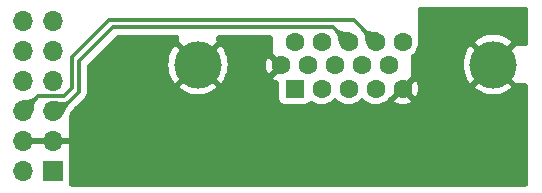
<source format=gbr>
%TF.GenerationSoftware,KiCad,Pcbnew,7.0.10*%
%TF.CreationDate,2024-02-19T15:37:38+07:00*%
%TF.ProjectId,PMOD2VGA,504d4f44-3256-4474-912e-6b696361645f,rev?*%
%TF.SameCoordinates,PX8c6db50PY50d2eb0*%
%TF.FileFunction,Copper,L2,Bot*%
%TF.FilePolarity,Positive*%
%FSLAX46Y46*%
G04 Gerber Fmt 4.6, Leading zero omitted, Abs format (unit mm)*
G04 Created by KiCad (PCBNEW 7.0.10) date 2024-02-19 15:37:38*
%MOMM*%
%LPD*%
G01*
G04 APERTURE LIST*
%TA.AperFunction,ComponentPad*%
%ADD10C,4.000000*%
%TD*%
%TA.AperFunction,ComponentPad*%
%ADD11R,1.600000X1.600000*%
%TD*%
%TA.AperFunction,ComponentPad*%
%ADD12C,1.600000*%
%TD*%
%TA.AperFunction,ComponentPad*%
%ADD13R,1.700000X1.700000*%
%TD*%
%TA.AperFunction,ComponentPad*%
%ADD14O,1.700000X1.700000*%
%TD*%
%TA.AperFunction,ViaPad*%
%ADD15C,1.000000*%
%TD*%
%TA.AperFunction,Conductor*%
%ADD16C,0.300000*%
%TD*%
G04 APERTURE END LIST*
D10*
%TO.P,J2,0*%
%TO.N,GND*%
X43815000Y10840000D03*
X18815000Y10840000D03*
D11*
%TO.P,J2,1*%
%TO.N,Net-(J2-Pad1)*%
X27000000Y8790000D03*
D12*
%TO.P,J2,2*%
%TO.N,Net-(J2-Pad2)*%
X29290000Y8790000D03*
%TO.P,J2,3*%
%TO.N,Net-(J2-Pad3)*%
X31580000Y8790000D03*
%TO.P,J2,4*%
%TO.N,unconnected-(J2-Pad4)*%
X33870000Y8790000D03*
%TO.P,J2,5*%
%TO.N,GND*%
X36160000Y8790000D03*
%TO.P,J2,6*%
X25855000Y10770000D03*
%TO.P,J2,7*%
X28145000Y10770000D03*
%TO.P,J2,8*%
X30435000Y10770000D03*
%TO.P,J2,9*%
%TO.N,unconnected-(J2-Pad9)*%
X32725000Y10770000D03*
%TO.P,J2,10*%
%TO.N,GND*%
X35015000Y10770000D03*
%TO.P,J2,11*%
%TO.N,unconnected-(J2-Pad11)*%
X27000000Y12750000D03*
%TO.P,J2,12*%
%TO.N,unconnected-(J2-Pad12)*%
X29290000Y12750000D03*
%TO.P,J2,13*%
%TO.N,Hsync*%
X31580000Y12750000D03*
%TO.P,J2,14*%
%TO.N,Vsync*%
X33870000Y12750000D03*
%TO.P,J2,15*%
%TO.N,unconnected-(J2-Pad15)*%
X36160000Y12750000D03*
%TD*%
D13*
%TO.P,J1,1,Pin_1*%
%TO.N,+3.3V*%
X6540000Y1840000D03*
D14*
%TO.P,J1,2,Pin_2*%
X4000000Y1840000D03*
%TO.P,J1,3,Pin_3*%
%TO.N,GND*%
X6540000Y4380000D03*
%TO.P,J1,4,Pin_4*%
X4000000Y4380000D03*
%TO.P,J1,5,Pin_5*%
%TO.N,Hsync*%
X6540000Y6920000D03*
%TO.P,J1,6,Pin_6*%
%TO.N,Vsync*%
X4000000Y6920000D03*
%TO.P,J1,7,Pin_7*%
%TO.N,BLUE_1*%
X6540000Y9460000D03*
%TO.P,J1,8,Pin_8*%
%TO.N,BLUE_0*%
X4000000Y9460000D03*
%TO.P,J1,9,Pin_9*%
%TO.N,GREEN_1*%
X6540000Y12000000D03*
%TO.P,J1,10,Pin_10*%
%TO.N,GREEN_0*%
X4000000Y12000000D03*
%TO.P,J1,11,Pin_11*%
%TO.N,RED_1*%
X6540000Y14540000D03*
%TO.P,J1,12,Pin_12*%
%TO.N,RED_0*%
X4000000Y14540000D03*
%TD*%
D15*
%TO.N,GND*%
X15000000Y1250000D03*
X46000000Y3500000D03*
X29000000Y1250000D03*
X26250000Y1250000D03*
X34750000Y1250000D03*
X21750000Y5750000D03*
X43250000Y1250000D03*
X23250000Y1250000D03*
X23750000Y5750000D03*
X19750000Y5750000D03*
X46000000Y5750000D03*
X17750000Y5750000D03*
X40250000Y1250000D03*
X46000000Y1250000D03*
X20750000Y1250000D03*
X37500000Y1250000D03*
X31750000Y1250000D03*
X25750000Y5750000D03*
X18000000Y1250000D03*
%TD*%
D16*
%TO.N,Hsync*%
X11650000Y14000000D02*
X8750000Y11100000D01*
X8750000Y8550000D02*
X7120000Y6920000D01*
X31500000Y12750000D02*
X30250000Y14000000D01*
X30250000Y14000000D02*
X11650000Y14000000D01*
X7120000Y6920000D02*
X6540000Y6920000D01*
X8750000Y11100000D02*
X8750000Y8550000D01*
X31580000Y12750000D02*
X31500000Y12750000D01*
%TO.N,Vsync*%
X33850000Y12750000D02*
X32000000Y14600000D01*
X33870000Y12750000D02*
X33850000Y12750000D01*
X32000000Y14600000D02*
X11300000Y14600000D01*
X5280000Y8200000D02*
X4000000Y6920000D01*
X11300000Y14600000D02*
X8150000Y11450000D01*
X7500000Y8200000D02*
X5280000Y8200000D01*
X8150000Y8850000D02*
X7500000Y8200000D01*
X8150000Y11450000D02*
X8150000Y8850000D01*
%TD*%
%TA.AperFunction,Conductor*%
%TO.N,Vsync*%
G36*
X32844936Y13967978D02*
G01*
X32978845Y13846763D01*
X33038807Y13804792D01*
X33106254Y13757581D01*
X33106258Y13757579D01*
X33106261Y13757577D01*
X33223779Y13699746D01*
X33336235Y13665135D01*
X33336236Y13665134D01*
X33336237Y13665134D01*
X33336243Y13665132D01*
X33448495Y13645593D01*
X33565382Y13632989D01*
X33565383Y13632989D01*
X33691436Y13619213D01*
X33692050Y13619129D01*
X33831944Y13596102D01*
X33832921Y13595897D01*
X33991732Y13555518D01*
X33992814Y13555186D01*
X34164625Y13493257D01*
X34171246Y13487228D01*
X34171665Y13478283D01*
X34171473Y13477785D01*
X33872562Y12753788D01*
X33866237Y12747449D01*
X33866212Y12747438D01*
X33142173Y12448509D01*
X33133218Y12448520D01*
X33126893Y12454859D01*
X33126716Y12455316D01*
X33064674Y12625465D01*
X33064362Y12626456D01*
X33032067Y12747449D01*
X33022479Y12783370D01*
X33022280Y12784251D01*
X32996758Y12922055D01*
X32996670Y12922602D01*
X32979749Y13046412D01*
X32975629Y13075819D01*
X32963693Y13161028D01*
X32940762Y13271029D01*
X32903168Y13381346D01*
X32843125Y13496892D01*
X32752849Y13622578D01*
X32752845Y13622583D01*
X32752841Y13622588D01*
X32752840Y13622589D01*
X32632079Y13755060D01*
X32629037Y13763482D01*
X32632451Y13771214D01*
X32828814Y13967577D01*
X32837086Y13971003D01*
X32844936Y13967978D01*
G37*
%TD.AperFunction*%
%TD*%
%TA.AperFunction,Conductor*%
%TO.N,Hsync*%
G36*
X30530899Y13932099D02*
G01*
X30666287Y13810921D01*
X30795727Y13724067D01*
X30795728Y13724067D01*
X30795729Y13724066D01*
X30915682Y13670241D01*
X30915683Y13670241D01*
X30915687Y13670239D01*
X31030884Y13640759D01*
X31146034Y13626945D01*
X31265854Y13620119D01*
X31394703Y13611626D01*
X31395411Y13611556D01*
X31537795Y13592788D01*
X31538932Y13592580D01*
X31699859Y13554921D01*
X31701095Y13554559D01*
X31756946Y13534804D01*
X31874533Y13493212D01*
X31881188Y13487224D01*
X31881660Y13478281D01*
X31881445Y13477718D01*
X31582562Y12753788D01*
X31576237Y12747449D01*
X31576212Y12747438D01*
X30852114Y12448485D01*
X30843159Y12448496D01*
X30836834Y12454835D01*
X30836690Y12455202D01*
X30774880Y12622020D01*
X30774609Y12622849D01*
X30730935Y12776188D01*
X30730758Y12776892D01*
X30701980Y12911046D01*
X30701915Y12911380D01*
X30689415Y12982473D01*
X30680828Y13031315D01*
X30680806Y13031430D01*
X30660185Y13142047D01*
X30632794Y13248205D01*
X30591389Y13354830D01*
X30528713Y13466907D01*
X30437509Y13589419D01*
X30434476Y13592713D01*
X30318124Y13719089D01*
X30315041Y13727497D01*
X30318457Y13735286D01*
X30514825Y13931654D01*
X30523097Y13935080D01*
X30530899Y13932099D01*
G37*
%TD.AperFunction*%
%TD*%
%TA.AperFunction,Conductor*%
%TO.N,GND*%
G36*
X46596288Y15731046D02*
G01*
X46677070Y15677070D01*
X46731046Y15596288D01*
X46750000Y15501000D01*
X46750000Y12649000D01*
X46731046Y12553712D01*
X46677070Y12472930D01*
X46596288Y12418954D01*
X46501000Y12400000D01*
X45886218Y12400000D01*
X45790930Y12418954D01*
X45788820Y12420364D01*
X45750713Y12422161D01*
X45112733Y11784182D01*
X44949870Y11974870D01*
X44759178Y12137735D01*
X45400026Y12778582D01*
X45157222Y12954990D01*
X45157217Y12954993D01*
X44881550Y13106541D01*
X44589062Y13222345D01*
X44284384Y13300573D01*
X44284379Y13300574D01*
X43972282Y13340000D01*
X43657718Y13340000D01*
X43345620Y13300574D01*
X43345615Y13300573D01*
X43040937Y13222345D01*
X42748449Y13106541D01*
X42472789Y12954996D01*
X42229972Y12778582D01*
X42870820Y12137734D01*
X42680130Y11974870D01*
X42517266Y11784180D01*
X41879285Y12422161D01*
X41788460Y12312370D01*
X41619904Y12046770D01*
X41619902Y12046767D01*
X41485961Y11762128D01*
X41388755Y11462959D01*
X41329809Y11153956D01*
X41310057Y10840000D01*
X41329809Y10526045D01*
X41388755Y10217042D01*
X41485961Y9917873D01*
X41619902Y9633234D01*
X41619904Y9633231D01*
X41788457Y9367633D01*
X41879285Y9257842D01*
X42517264Y9895822D01*
X42680130Y9705130D01*
X42870818Y9542267D01*
X42229972Y8901420D01*
X42472783Y8725007D01*
X42748449Y8573460D01*
X43040937Y8457656D01*
X43345615Y8379428D01*
X43345620Y8379427D01*
X43657718Y8340000D01*
X43972282Y8340000D01*
X44284379Y8379427D01*
X44284384Y8379428D01*
X44589062Y8457656D01*
X44881550Y8573460D01*
X45157216Y8725007D01*
X45400026Y8901420D01*
X44759179Y9542267D01*
X44949870Y9705130D01*
X45112733Y9895821D01*
X45750713Y9257841D01*
X45771198Y9258807D01*
X45786249Y9271059D01*
X45879331Y9298895D01*
X45902760Y9300000D01*
X46501000Y9300000D01*
X46596288Y9281046D01*
X46677070Y9227070D01*
X46731046Y9146288D01*
X46750000Y9051000D01*
X46750000Y749000D01*
X46731046Y653712D01*
X46677070Y572930D01*
X46596288Y518954D01*
X46501000Y500000D01*
X8149000Y500000D01*
X8053712Y518954D01*
X7972930Y572930D01*
X7918954Y653712D01*
X7900000Y749000D01*
X7900000Y4099999D01*
X7900000Y4100000D01*
X7899999Y4100000D01*
X7884273Y4115726D01*
X7867357Y4135016D01*
X7854605Y4137553D01*
X7813739Y4130000D01*
X6973686Y4130000D01*
X6999493Y4170156D01*
X7040000Y4308111D01*
X7040000Y4451889D01*
X6999493Y4589844D01*
X6973686Y4630000D01*
X7811845Y4630000D01*
X7853949Y4621625D01*
X7883331Y4627264D01*
X7900000Y4641882D01*
X7900000Y6396797D01*
X7918954Y6492085D01*
X7928902Y6513236D01*
X7990200Y6629085D01*
X7996043Y6640474D01*
X7996302Y6640995D01*
X8001671Y6652134D01*
X8099925Y6862542D01*
X8105406Y6873556D01*
X8144705Y6947828D01*
X8155051Y6965568D01*
X8200997Y7037357D01*
X8214321Y7056189D01*
X8282974Y7144267D01*
X8296819Y7160536D01*
X8415161Y7288048D01*
X8444097Y7322133D01*
X8444098Y7322136D01*
X8448864Y7327749D01*
X8462606Y7342662D01*
X9141144Y8021200D01*
X9158490Y8036981D01*
X9167931Y8044793D01*
X9167940Y8044798D01*
X9214527Y8094410D01*
X9219945Y8100000D01*
X9238908Y8118962D01*
X9241913Y8122372D01*
X9253238Y8135632D01*
X9254773Y8137266D01*
X9280448Y8164607D01*
X9285929Y8174579D01*
X9307384Y8207242D01*
X9314362Y8216236D01*
X9330154Y8252732D01*
X9340471Y8273789D01*
X9347165Y8285965D01*
X9359627Y8308632D01*
X9362461Y8319671D01*
X9375114Y8356629D01*
X9379635Y8367074D01*
X9385853Y8406335D01*
X9390610Y8429305D01*
X9392444Y8436447D01*
X9400500Y8467823D01*
X9400500Y8479213D01*
X9403566Y8518167D01*
X9405346Y8529405D01*
X9401605Y8568983D01*
X9400500Y8592414D01*
X9400500Y10727414D01*
X9419454Y10822702D01*
X9473430Y10903484D01*
X11846516Y13276570D01*
X11927298Y13330546D01*
X12022586Y13349500D01*
X17001000Y13349500D01*
X17096288Y13330546D01*
X17177070Y13276570D01*
X17231046Y13195788D01*
X17250000Y13100500D01*
X17250000Y12920004D01*
X17235276Y12845984D01*
X17229971Y12778583D01*
X17870820Y12137734D01*
X17680130Y11974870D01*
X17517266Y11784180D01*
X16879285Y12422161D01*
X16788460Y12312370D01*
X16619904Y12046770D01*
X16619902Y12046767D01*
X16485961Y11762128D01*
X16388755Y11462959D01*
X16329809Y11153956D01*
X16310057Y10840000D01*
X16329809Y10526045D01*
X16388755Y10217042D01*
X16485961Y9917873D01*
X16619902Y9633234D01*
X16619904Y9633231D01*
X16788457Y9367633D01*
X16879285Y9257842D01*
X17517264Y9895822D01*
X17680130Y9705130D01*
X17870818Y9542267D01*
X17229972Y8901420D01*
X17472783Y8725007D01*
X17748449Y8573460D01*
X18040937Y8457656D01*
X18345615Y8379428D01*
X18345620Y8379427D01*
X18657718Y8340000D01*
X18972282Y8340000D01*
X19284379Y8379427D01*
X19284384Y8379428D01*
X19589062Y8457656D01*
X19881550Y8573460D01*
X20157216Y8725007D01*
X20400026Y8901420D01*
X19759179Y9542267D01*
X19949870Y9705130D01*
X20112733Y9895821D01*
X20750713Y9257841D01*
X20841542Y9367634D01*
X21010095Y9633231D01*
X21010097Y9633234D01*
X21144038Y9917873D01*
X21241244Y10217042D01*
X21300190Y10526045D01*
X21319942Y10840000D01*
X21300190Y11153956D01*
X21241244Y11462959D01*
X21144038Y11762128D01*
X21010097Y12046767D01*
X21010095Y12046770D01*
X20841542Y12312368D01*
X20750712Y12422161D01*
X20112732Y11784182D01*
X19949870Y11974870D01*
X19759179Y12137735D01*
X20400027Y12778582D01*
X20398419Y12799013D01*
X20386692Y12811699D01*
X20353065Y12902849D01*
X20350000Y12941799D01*
X20350000Y13100500D01*
X20368954Y13195788D01*
X20422930Y13276570D01*
X20503712Y13330546D01*
X20599000Y13349500D01*
X24901000Y13349500D01*
X24996288Y13330546D01*
X25077070Y13276570D01*
X25131046Y13195788D01*
X25150000Y13100500D01*
X25150000Y11992989D01*
X25135936Y11922290D01*
X25129525Y11849027D01*
X25722465Y11256087D01*
X25712685Y11254680D01*
X25581900Y11194952D01*
X25473239Y11100798D01*
X25395507Y10979844D01*
X25371922Y10899524D01*
X24775973Y11495473D01*
X24775972Y11495473D01*
X24724870Y11422490D01*
X24724867Y11422486D01*
X24628732Y11216324D01*
X24569859Y10996604D01*
X24569859Y10996603D01*
X24550034Y10770000D01*
X24569859Y10543398D01*
X24569859Y10543397D01*
X24628732Y10323677D01*
X24724867Y10117514D01*
X24724869Y10117512D01*
X24775972Y10044529D01*
X24775974Y10044529D01*
X25371922Y10640477D01*
X25395507Y10560156D01*
X25473239Y10439202D01*
X25581900Y10345048D01*
X25712685Y10285320D01*
X25722463Y10283914D01*
X25129527Y9690977D01*
X25129527Y9690975D01*
X25202515Y9639868D01*
X25408678Y9543732D01*
X25514944Y9515259D01*
X25602080Y9472289D01*
X25666139Y9399245D01*
X25697370Y9307246D01*
X25699500Y9274743D01*
X25699500Y7942135D01*
X25699501Y7942131D01*
X25705908Y7882520D01*
X25705909Y7882516D01*
X25756203Y7747671D01*
X25756204Y7747669D01*
X25842454Y7632454D01*
X25957669Y7546204D01*
X26092517Y7495909D01*
X26152127Y7489500D01*
X27847872Y7489501D01*
X27907483Y7495909D01*
X28042331Y7546204D01*
X28157546Y7632454D01*
X28191217Y7677434D01*
X28263493Y7742355D01*
X28355114Y7774677D01*
X28452129Y7769476D01*
X28533370Y7732180D01*
X28637266Y7659432D01*
X28637270Y7659430D01*
X28637272Y7659429D01*
X28695116Y7632456D01*
X28843504Y7563261D01*
X29063308Y7504365D01*
X29082984Y7502644D01*
X29289994Y7484532D01*
X29290000Y7484532D01*
X29290006Y7484532D01*
X29469668Y7500251D01*
X29516692Y7504365D01*
X29736496Y7563261D01*
X29942734Y7659432D01*
X30129139Y7789953D01*
X30258933Y7919748D01*
X30339712Y7973721D01*
X30435000Y7992675D01*
X30530288Y7973721D01*
X30611066Y7919748D01*
X30740861Y7789953D01*
X30740864Y7789951D01*
X30740865Y7789950D01*
X30927258Y7659437D01*
X30927262Y7659435D01*
X30927266Y7659432D01*
X30927270Y7659431D01*
X30927272Y7659429D01*
X30985116Y7632456D01*
X31133504Y7563261D01*
X31353308Y7504365D01*
X31372984Y7502644D01*
X31579994Y7484532D01*
X31580000Y7484532D01*
X31580006Y7484532D01*
X31759668Y7500251D01*
X31806692Y7504365D01*
X32026496Y7563261D01*
X32232734Y7659432D01*
X32419139Y7789953D01*
X32548933Y7919748D01*
X32629712Y7973721D01*
X32725000Y7992675D01*
X32820288Y7973721D01*
X32901066Y7919748D01*
X33030861Y7789953D01*
X33030864Y7789951D01*
X33030865Y7789950D01*
X33217258Y7659437D01*
X33217262Y7659435D01*
X33217266Y7659432D01*
X33217270Y7659431D01*
X33217272Y7659429D01*
X33275116Y7632456D01*
X33423504Y7563261D01*
X33643308Y7504365D01*
X33662984Y7502644D01*
X33869994Y7484532D01*
X33870000Y7484532D01*
X33870006Y7484532D01*
X34049668Y7500251D01*
X34096692Y7504365D01*
X34316496Y7563261D01*
X34522734Y7659432D01*
X34709139Y7789953D01*
X34870047Y7950861D01*
X34874757Y7957589D01*
X34944935Y8024774D01*
X35035483Y8059990D01*
X35078305Y8061860D01*
X35676922Y8660477D01*
X35700507Y8580156D01*
X35778239Y8459202D01*
X35886900Y8365048D01*
X36017685Y8305320D01*
X36027465Y8303914D01*
X35434527Y7710977D01*
X35434527Y7710975D01*
X35507515Y7659868D01*
X35713676Y7563733D01*
X35933396Y7504860D01*
X36160000Y7485035D01*
X36386602Y7504860D01*
X36386603Y7504860D01*
X36606326Y7563734D01*
X36812476Y7659863D01*
X36812483Y7659867D01*
X36885471Y7710975D01*
X36292532Y8303914D01*
X36302315Y8305320D01*
X36433100Y8365048D01*
X36541761Y8459202D01*
X36619493Y8580156D01*
X36643077Y8660477D01*
X37239025Y8064529D01*
X37290133Y8137517D01*
X37290137Y8137524D01*
X37386266Y8343674D01*
X37445140Y8563397D01*
X37445140Y8563398D01*
X37464965Y8790000D01*
X37445140Y9016603D01*
X37445140Y9016604D01*
X37386267Y9236324D01*
X37290132Y9442485D01*
X37239025Y9515473D01*
X37239023Y9515473D01*
X36643076Y8919526D01*
X36619493Y8999844D01*
X36541761Y9120798D01*
X36433100Y9214952D01*
X36302315Y9274680D01*
X36292533Y9276087D01*
X36885473Y9869028D01*
X36882117Y9907388D01*
X36853782Y9980253D01*
X36850000Y10023488D01*
X36850000Y11515904D01*
X36868954Y11611192D01*
X36922930Y11691974D01*
X36956181Y11719874D01*
X36999139Y11749953D01*
X37160047Y11910861D01*
X37290568Y12097266D01*
X37386739Y12303504D01*
X37445635Y12523308D01*
X37456632Y12649000D01*
X37465468Y12749995D01*
X37465468Y12750006D01*
X37450948Y12915965D01*
X37450000Y12937667D01*
X37450000Y15501000D01*
X37468954Y15596288D01*
X37522930Y15677070D01*
X37603712Y15731046D01*
X37699000Y15750000D01*
X46501000Y15750000D01*
X46596288Y15731046D01*
G37*
%TD.AperFunction*%
%TA.AperFunction,Conductor*%
G36*
X6080507Y4589844D02*
G01*
X6040000Y4451889D01*
X6040000Y4308111D01*
X6080507Y4170156D01*
X6106314Y4130000D01*
X4433686Y4130000D01*
X4459493Y4170156D01*
X4500000Y4308111D01*
X4500000Y4451889D01*
X4459493Y4589844D01*
X4433686Y4630000D01*
X6106314Y4630000D01*
X6080507Y4589844D01*
G37*
%TD.AperFunction*%
%TD*%
%TA.AperFunction,Conductor*%
%TO.N,Hsync*%
G36*
X7847912Y7844576D02*
G01*
X8044339Y7648149D01*
X8047766Y7639876D01*
X8044642Y7631917D01*
X7904229Y7480622D01*
X7794111Y7339347D01*
X7794105Y7339338D01*
X7712486Y7211813D01*
X7712480Y7211803D01*
X7649831Y7093401D01*
X7649828Y7093395D01*
X7596675Y6979569D01*
X7566925Y6915861D01*
X7543649Y6866018D01*
X7543390Y6865497D01*
X7481094Y6747760D01*
X7480606Y6746925D01*
X7399535Y6620257D01*
X7398909Y6619371D01*
X7289434Y6478921D01*
X7288782Y6478155D01*
X7149292Y6327851D01*
X7141152Y6324118D01*
X7132757Y6327234D01*
X7132453Y6327527D01*
X6542734Y6915861D01*
X6539297Y6924130D01*
X6539297Y6924154D01*
X6539759Y7480615D01*
X6539973Y7737811D01*
X6543407Y7746080D01*
X6551673Y7749500D01*
X6785859Y7749500D01*
X6787715Y7749352D01*
X6796742Y7747902D01*
X6880716Y7734411D01*
X6881555Y7734242D01*
X7020875Y7700768D01*
X7021184Y7700689D01*
X7146409Y7666320D01*
X7261634Y7638430D01*
X7371135Y7624357D01*
X7471786Y7630915D01*
X7479327Y7631406D01*
X7590618Y7666878D01*
X7590618Y7666879D01*
X7590621Y7666879D01*
X7709434Y7738080D01*
X7831942Y7845115D01*
X7840426Y7847977D01*
X7847912Y7844576D01*
G37*
%TD.AperFunction*%
%TD*%
%TA.AperFunction,Conductor*%
%TO.N,Vsync*%
G36*
X5103893Y8220269D02*
G01*
X5300268Y8023894D01*
X5303695Y8015621D01*
X5300663Y8007762D01*
X5233654Y7933856D01*
X5171222Y7864999D01*
X5171219Y7864996D01*
X5171219Y7864995D01*
X5171211Y7864986D01*
X5075985Y7729759D01*
X5075984Y7729757D01*
X5013855Y7605116D01*
X5013854Y7605112D01*
X4976254Y7485899D01*
X4976254Y7485898D01*
X4954600Y7366920D01*
X4940318Y7243031D01*
X4940318Y7243027D01*
X4924861Y7109338D01*
X4924774Y7108728D01*
X4899624Y6960246D01*
X4899419Y6959286D01*
X4856033Y6790595D01*
X4855705Y6789532D01*
X4789456Y6606227D01*
X4783422Y6599611D01*
X4774476Y6599201D01*
X4773987Y6599390D01*
X4003785Y6917438D01*
X3997447Y6923762D01*
X3679389Y7693989D01*
X3679398Y7702944D01*
X3685737Y7709269D01*
X3686181Y7709441D01*
X3869536Y7775710D01*
X3870584Y7776033D01*
X4039288Y7819424D01*
X4040238Y7819626D01*
X4188762Y7844782D01*
X4189299Y7844858D01*
X4323025Y7860320D01*
X4446919Y7874602D01*
X4565889Y7896255D01*
X4565895Y7896257D01*
X4565896Y7896257D01*
X4613234Y7911188D01*
X4685110Y7933856D01*
X4809754Y7995986D01*
X4944998Y8091223D01*
X5087762Y8220665D01*
X5096192Y8223682D01*
X5103893Y8220269D01*
G37*
%TD.AperFunction*%
%TD*%
M02*

</source>
